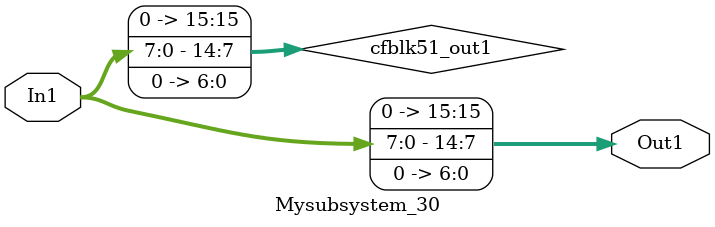
<source format=v>



`timescale 1 ns / 1 ns

module Mysubsystem_30
          (In1,
           Out1);


  input   [7:0] In1;  // uint8
  output  [15:0] Out1;  // ufix16_En7


  wire [15:0] cfblk51_out1;  // ufix16_En7


  assign cfblk51_out1 = {1'b0, {In1, 7'b0000000}};



  assign Out1 = cfblk51_out1;

endmodule  // Mysubsystem_30


</source>
